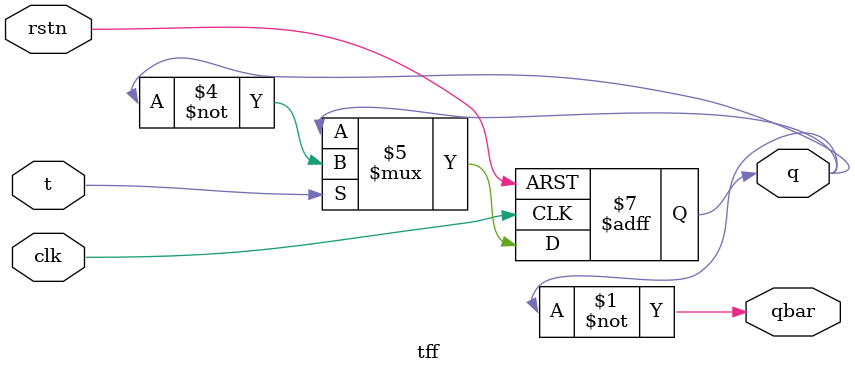
<source format=v>
module tff (
    input wire t,        // Toggle input
    input wire clk,      // Clock input
    input wire rstn,     // Active low asynchronous reset
    output reg q,        // Output
    output wire qbar     // Complementary output
);
    assign qbar = ~q;

    always @(posedge clk or negedge rstn) begin
        if (!rstn)       // Active low reset
            q <= 0;
        else if (t)      // Toggle output when t = 1
            q <= ~q;
    end
    
endmodule

</source>
